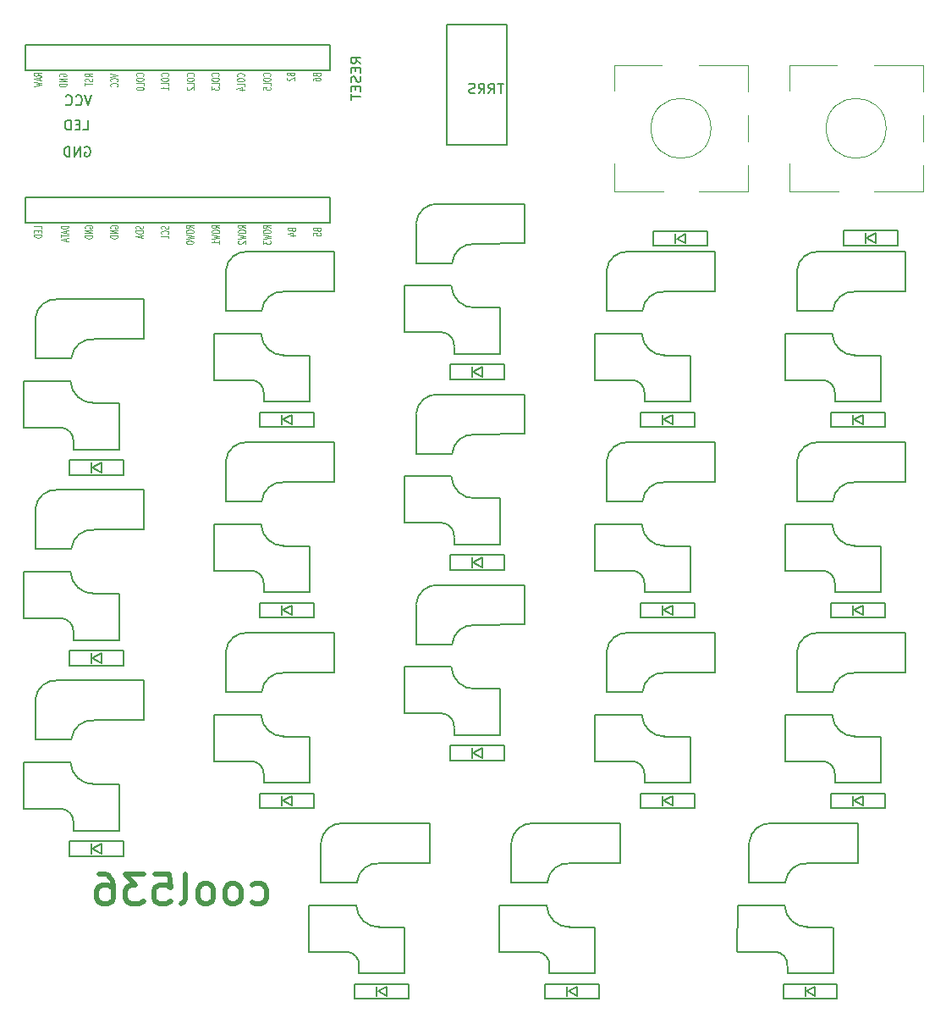
<source format=gbr>
G04 #@! TF.GenerationSoftware,KiCad,Pcbnew,(5.1.6-0-10_14)*
G04 #@! TF.CreationDate,2022-08-07T23:10:57+09:00*
G04 #@! TF.ProjectId,cool536,636f6f6c-3533-4362-9e6b-696361645f70,rev?*
G04 #@! TF.SameCoordinates,Original*
G04 #@! TF.FileFunction,Legend,Bot*
G04 #@! TF.FilePolarity,Positive*
%FSLAX46Y46*%
G04 Gerber Fmt 4.6, Leading zero omitted, Abs format (unit mm)*
G04 Created by KiCad (PCBNEW (5.1.6-0-10_14)) date 2022-08-07 23:10:57*
%MOMM*%
%LPD*%
G01*
G04 APERTURE LIST*
%ADD10C,0.500000*%
%ADD11C,0.150000*%
%ADD12C,0.120000*%
%ADD13C,0.125000*%
G04 APERTURE END LIST*
D10*
X65151428Y-121784285D02*
X65437142Y-121927142D01*
X66008571Y-121927142D01*
X66294285Y-121784285D01*
X66437142Y-121641428D01*
X66580000Y-121355714D01*
X66580000Y-120498571D01*
X66437142Y-120212857D01*
X66294285Y-120070000D01*
X66008571Y-119927142D01*
X65437142Y-119927142D01*
X65151428Y-120070000D01*
X63437142Y-121927142D02*
X63722857Y-121784285D01*
X63865714Y-121641428D01*
X64008571Y-121355714D01*
X64008571Y-120498571D01*
X63865714Y-120212857D01*
X63722857Y-120070000D01*
X63437142Y-119927142D01*
X63008571Y-119927142D01*
X62722857Y-120070000D01*
X62580000Y-120212857D01*
X62437142Y-120498571D01*
X62437142Y-121355714D01*
X62580000Y-121641428D01*
X62722857Y-121784285D01*
X63008571Y-121927142D01*
X63437142Y-121927142D01*
X60722857Y-121927142D02*
X61008571Y-121784285D01*
X61151428Y-121641428D01*
X61294285Y-121355714D01*
X61294285Y-120498571D01*
X61151428Y-120212857D01*
X61008571Y-120070000D01*
X60722857Y-119927142D01*
X60294285Y-119927142D01*
X60008571Y-120070000D01*
X59865714Y-120212857D01*
X59722857Y-120498571D01*
X59722857Y-121355714D01*
X59865714Y-121641428D01*
X60008571Y-121784285D01*
X60294285Y-121927142D01*
X60722857Y-121927142D01*
X58008571Y-121927142D02*
X58294285Y-121784285D01*
X58437142Y-121498571D01*
X58437142Y-118927142D01*
X55437142Y-118927142D02*
X56865714Y-118927142D01*
X57008571Y-120355714D01*
X56865714Y-120212857D01*
X56580000Y-120070000D01*
X55865714Y-120070000D01*
X55580000Y-120212857D01*
X55437142Y-120355714D01*
X55294285Y-120641428D01*
X55294285Y-121355714D01*
X55437142Y-121641428D01*
X55580000Y-121784285D01*
X55865714Y-121927142D01*
X56580000Y-121927142D01*
X56865714Y-121784285D01*
X57008571Y-121641428D01*
X54294285Y-118927142D02*
X52437142Y-118927142D01*
X53437142Y-120070000D01*
X53008571Y-120070000D01*
X52722857Y-120212857D01*
X52580000Y-120355714D01*
X52437142Y-120641428D01*
X52437142Y-121355714D01*
X52580000Y-121641428D01*
X52722857Y-121784285D01*
X53008571Y-121927142D01*
X53865714Y-121927142D01*
X54151428Y-121784285D01*
X54294285Y-121641428D01*
X49865714Y-118927142D02*
X50437142Y-118927142D01*
X50722857Y-119070000D01*
X50865714Y-119212857D01*
X51151428Y-119641428D01*
X51294285Y-120212857D01*
X51294285Y-121355714D01*
X51151428Y-121641428D01*
X51008571Y-121784285D01*
X50722857Y-121927142D01*
X50151428Y-121927142D01*
X49865714Y-121784285D01*
X49722857Y-121641428D01*
X49580000Y-121355714D01*
X49580000Y-120641428D01*
X49722857Y-120355714D01*
X49865714Y-120212857D01*
X50151428Y-120070000D01*
X50722857Y-120070000D01*
X51008571Y-120212857D01*
X51151428Y-120355714D01*
X51294285Y-120641428D01*
D11*
X81550000Y-95974000D02*
X85160000Y-95974000D01*
X81550000Y-92020000D02*
X81550000Y-95965000D01*
X92450000Y-90066000D02*
X83825000Y-90066000D01*
X92450000Y-93974000D02*
X92450000Y-90066000D01*
X92450000Y-94020000D02*
X87400000Y-94066000D01*
X89925000Y-105095000D02*
X85375000Y-105095000D01*
X89925000Y-100445000D02*
X87375000Y-100445000D01*
X85075000Y-98245000D02*
X80375000Y-98245000D01*
X84150000Y-102895000D02*
X80375000Y-102895000D01*
X89950000Y-100470000D02*
X89950000Y-105070000D01*
X80375000Y-98270000D02*
X80350000Y-102870000D01*
X85370000Y-104370000D02*
X85370000Y-105070000D01*
X81561000Y-91950000D02*
G75*
G02*
X83825000Y-90066000I2074000J-190000D01*
G01*
X85165000Y-95950000D02*
G75*
G02*
X87425000Y-94070000I2070000J-190000D01*
G01*
X85080000Y-98270000D02*
G75*
G03*
X87450000Y-100440000I2270000J100000D01*
G01*
X85370000Y-104320000D02*
G75*
G03*
X84150000Y-102900000I-1320000J100000D01*
G01*
X47270000Y-94845000D02*
X47270000Y-95545000D01*
X42275000Y-88745000D02*
X42250000Y-93345000D01*
X51850000Y-90945000D02*
X51850000Y-95545000D01*
X46050000Y-93370000D02*
X42275000Y-93370000D01*
X46975000Y-88720000D02*
X42275000Y-88720000D01*
X51825000Y-90920000D02*
X49275000Y-90920000D01*
X51825000Y-95570000D02*
X47275000Y-95570000D01*
X54350000Y-84495000D02*
X49300000Y-84541000D01*
X54350000Y-84449000D02*
X54350000Y-80541000D01*
X54350000Y-80541000D02*
X45725000Y-80541000D01*
X43450000Y-82495000D02*
X43450000Y-86440000D01*
X43450000Y-86449000D02*
X47060000Y-86449000D01*
X47270000Y-94795000D02*
G75*
G03*
X46050000Y-93375000I-1320000J100000D01*
G01*
X46980000Y-88745000D02*
G75*
G03*
X49350000Y-90915000I2270000J100000D01*
G01*
X47065000Y-86425000D02*
G75*
G02*
X49325000Y-84545000I2070000J-190000D01*
G01*
X43461000Y-82425000D02*
G75*
G02*
X45725000Y-80541000I2074000J-190000D01*
G01*
X62500000Y-81686500D02*
X66110000Y-81686500D01*
X62500000Y-77732500D02*
X62500000Y-81677500D01*
X73400000Y-75778500D02*
X64775000Y-75778500D01*
X73400000Y-79686500D02*
X73400000Y-75778500D01*
X73400000Y-79732500D02*
X68350000Y-79778500D01*
X70875000Y-90807500D02*
X66325000Y-90807500D01*
X70875000Y-86157500D02*
X68325000Y-86157500D01*
X66025000Y-83957500D02*
X61325000Y-83957500D01*
X65100000Y-88607500D02*
X61325000Y-88607500D01*
X70900000Y-86182500D02*
X70900000Y-90782500D01*
X61325000Y-83982500D02*
X61300000Y-88582500D01*
X66320000Y-90082500D02*
X66320000Y-90782500D01*
X62511000Y-77662500D02*
G75*
G02*
X64775000Y-75778500I2074000J-190000D01*
G01*
X66115000Y-81662500D02*
G75*
G02*
X68375000Y-79782500I2070000J-190000D01*
G01*
X66030000Y-83982500D02*
G75*
G03*
X68400000Y-86152500I2270000J100000D01*
G01*
X66320000Y-90032500D02*
G75*
G03*
X65100000Y-88612500I-1320000J100000D01*
G01*
X71300000Y-72782499D02*
X71300000Y-74282499D01*
X65900000Y-72782499D02*
X71300000Y-72782499D01*
X65900000Y-74282499D02*
X65900000Y-72782499D01*
X71300000Y-74282499D02*
X65900000Y-74282499D01*
X68100000Y-74032499D02*
X68100000Y-73032499D01*
X69100000Y-73032499D02*
X68200000Y-73532499D01*
X69100000Y-74032499D02*
X69100000Y-73032499D01*
X68200000Y-73532499D02*
X69100000Y-74032499D01*
X84600000Y-34070000D02*
X90600000Y-34070000D01*
X90600000Y-34070000D02*
X90600000Y-46070000D01*
X90600000Y-46070000D02*
X84600000Y-46070000D01*
X84600000Y-46070000D02*
X84600000Y-34070000D01*
X100600000Y-81686500D02*
X104210000Y-81686500D01*
X100600000Y-77732500D02*
X100600000Y-81677500D01*
X111500000Y-75778500D02*
X102875000Y-75778500D01*
X111500000Y-79686500D02*
X111500000Y-75778500D01*
X111500000Y-79732500D02*
X106450000Y-79778500D01*
X108975000Y-90807500D02*
X104425000Y-90807500D01*
X108975000Y-86157500D02*
X106425000Y-86157500D01*
X104125000Y-83957500D02*
X99425000Y-83957500D01*
X103200000Y-88607500D02*
X99425000Y-88607500D01*
X109000000Y-86182500D02*
X109000000Y-90782500D01*
X99425000Y-83982500D02*
X99400000Y-88582500D01*
X104420000Y-90082500D02*
X104420000Y-90782500D01*
X100611000Y-77662500D02*
G75*
G02*
X102875000Y-75778500I2074000J-190000D01*
G01*
X104215000Y-81662500D02*
G75*
G02*
X106475000Y-79782500I2070000J-190000D01*
G01*
X104130000Y-83982500D02*
G75*
G03*
X106500000Y-86152500I2270000J100000D01*
G01*
X104420000Y-90032500D02*
G75*
G03*
X103200000Y-88612500I-1320000J100000D01*
G01*
X94895000Y-128182500D02*
X94895000Y-128882500D01*
X89900000Y-122082500D02*
X89875000Y-126682500D01*
X99475000Y-124282500D02*
X99475000Y-128882500D01*
X93675000Y-126707500D02*
X89900000Y-126707500D01*
X94600000Y-122057500D02*
X89900000Y-122057500D01*
X99450000Y-124257500D02*
X96900000Y-124257500D01*
X99450000Y-128907500D02*
X94900000Y-128907500D01*
X101975000Y-117832500D02*
X96925000Y-117878500D01*
X101975000Y-117786500D02*
X101975000Y-113878500D01*
X101975000Y-113878500D02*
X93350000Y-113878500D01*
X91075000Y-115832500D02*
X91075000Y-119777500D01*
X91075000Y-119786500D02*
X94685000Y-119786500D01*
X94895000Y-128132500D02*
G75*
G03*
X93675000Y-126712500I-1320000J100000D01*
G01*
X94605000Y-122082500D02*
G75*
G03*
X96975000Y-124252500I2270000J100000D01*
G01*
X94690000Y-119762500D02*
G75*
G02*
X96950000Y-117882500I2070000J-190000D01*
G01*
X91086000Y-115762500D02*
G75*
G02*
X93350000Y-113878500I2074000J-190000D01*
G01*
X75845000Y-128182500D02*
X75845000Y-128882500D01*
X70850000Y-122082500D02*
X70825000Y-126682500D01*
X80425000Y-124282500D02*
X80425000Y-128882500D01*
X74625000Y-126707500D02*
X70850000Y-126707500D01*
X75550000Y-122057500D02*
X70850000Y-122057500D01*
X80400000Y-124257500D02*
X77850000Y-124257500D01*
X80400000Y-128907500D02*
X75850000Y-128907500D01*
X82925000Y-117832500D02*
X77875000Y-117878500D01*
X82925000Y-117786500D02*
X82925000Y-113878500D01*
X82925000Y-113878500D02*
X74300000Y-113878500D01*
X72025000Y-115832500D02*
X72025000Y-119777500D01*
X72025000Y-119786500D02*
X75635000Y-119786500D01*
X75845000Y-128132500D02*
G75*
G03*
X74625000Y-126712500I-1320000J100000D01*
G01*
X75555000Y-122082500D02*
G75*
G03*
X77925000Y-124252500I2270000J100000D01*
G01*
X75640000Y-119762500D02*
G75*
G02*
X77900000Y-117882500I2070000J-190000D01*
G01*
X72036000Y-115762500D02*
G75*
G02*
X74300000Y-113878500I2074000J-190000D01*
G01*
X119650000Y-100736500D02*
X123260000Y-100736500D01*
X119650000Y-96782500D02*
X119650000Y-100727500D01*
X130550000Y-94828500D02*
X121925000Y-94828500D01*
X130550000Y-98736500D02*
X130550000Y-94828500D01*
X130550000Y-98782500D02*
X125500000Y-98828500D01*
X128025000Y-109857500D02*
X123475000Y-109857500D01*
X128025000Y-105207500D02*
X125475000Y-105207500D01*
X123175000Y-103007500D02*
X118475000Y-103007500D01*
X122250000Y-107657500D02*
X118475000Y-107657500D01*
X128050000Y-105232500D02*
X128050000Y-109832500D01*
X118475000Y-103032500D02*
X118450000Y-107632500D01*
X123470000Y-109132500D02*
X123470000Y-109832500D01*
X119661000Y-96712500D02*
G75*
G02*
X121925000Y-94828500I2074000J-190000D01*
G01*
X123265000Y-100712500D02*
G75*
G02*
X125525000Y-98832500I2070000J-190000D01*
G01*
X123180000Y-103032500D02*
G75*
G03*
X125550000Y-105202500I2270000J100000D01*
G01*
X123470000Y-109082500D02*
G75*
G03*
X122250000Y-107662500I-1320000J100000D01*
G01*
X119650000Y-62636499D02*
X123260000Y-62636499D01*
X119650000Y-58682499D02*
X119650000Y-62627499D01*
X130550000Y-56728499D02*
X121925000Y-56728499D01*
X130550000Y-60636499D02*
X130550000Y-56728499D01*
X130550000Y-60682499D02*
X125500000Y-60728499D01*
X128025000Y-71757499D02*
X123475000Y-71757499D01*
X128025000Y-67107499D02*
X125475000Y-67107499D01*
X123175000Y-64907499D02*
X118475000Y-64907499D01*
X122250000Y-69557499D02*
X118475000Y-69557499D01*
X128050000Y-67132499D02*
X128050000Y-71732499D01*
X118475000Y-64932499D02*
X118450000Y-69532499D01*
X123470000Y-71032499D02*
X123470000Y-71732499D01*
X119661000Y-58612499D02*
G75*
G02*
X121925000Y-56728499I2074000J-190000D01*
G01*
X123265000Y-62612499D02*
G75*
G02*
X125525000Y-60732499I2070000J-190000D01*
G01*
X123180000Y-64932499D02*
G75*
G03*
X125550000Y-67102499I2270000J100000D01*
G01*
X123470000Y-70982499D02*
G75*
G03*
X122250000Y-69562499I-1320000J100000D01*
G01*
X66320000Y-109132500D02*
X66320000Y-109832500D01*
X61325000Y-103032500D02*
X61300000Y-107632500D01*
X70900000Y-105232500D02*
X70900000Y-109832500D01*
X65100000Y-107657500D02*
X61325000Y-107657500D01*
X66025000Y-103007500D02*
X61325000Y-103007500D01*
X70875000Y-105207500D02*
X68325000Y-105207500D01*
X70875000Y-109857500D02*
X66325000Y-109857500D01*
X73400000Y-98782500D02*
X68350000Y-98828500D01*
X73400000Y-98736500D02*
X73400000Y-94828500D01*
X73400000Y-94828500D02*
X64775000Y-94828500D01*
X62500000Y-96782500D02*
X62500000Y-100727500D01*
X62500000Y-100736500D02*
X66110000Y-100736500D01*
X66320000Y-109082500D02*
G75*
G03*
X65100000Y-107662500I-1320000J100000D01*
G01*
X66030000Y-103032500D02*
G75*
G03*
X68400000Y-105202500I2270000J100000D01*
G01*
X66115000Y-100712500D02*
G75*
G02*
X68375000Y-98832500I2070000J-190000D01*
G01*
X62511000Y-96712500D02*
G75*
G02*
X64775000Y-94828500I2074000J-190000D01*
G01*
X100600000Y-100736500D02*
X104210000Y-100736500D01*
X100600000Y-96782500D02*
X100600000Y-100727500D01*
X111500000Y-94828500D02*
X102875000Y-94828500D01*
X111500000Y-98736500D02*
X111500000Y-94828500D01*
X111500000Y-98782500D02*
X106450000Y-98828500D01*
X108975000Y-109857500D02*
X104425000Y-109857500D01*
X108975000Y-105207500D02*
X106425000Y-105207500D01*
X104125000Y-103007500D02*
X99425000Y-103007500D01*
X103200000Y-107657500D02*
X99425000Y-107657500D01*
X109000000Y-105232500D02*
X109000000Y-109832500D01*
X99425000Y-103032500D02*
X99400000Y-107632500D01*
X104420000Y-109132500D02*
X104420000Y-109832500D01*
X100611000Y-96712500D02*
G75*
G02*
X102875000Y-94828500I2074000J-190000D01*
G01*
X104215000Y-100712500D02*
G75*
G02*
X106475000Y-98832500I2070000J-190000D01*
G01*
X104130000Y-103032500D02*
G75*
G03*
X106500000Y-105202500I2270000J100000D01*
G01*
X104420000Y-109082500D02*
G75*
G03*
X103200000Y-107662500I-1320000J100000D01*
G01*
X119650000Y-81686500D02*
X123260000Y-81686500D01*
X119650000Y-77732500D02*
X119650000Y-81677500D01*
X130550000Y-75778500D02*
X121925000Y-75778500D01*
X130550000Y-79686500D02*
X130550000Y-75778500D01*
X130550000Y-79732500D02*
X125500000Y-79778500D01*
X128025000Y-90807500D02*
X123475000Y-90807500D01*
X128025000Y-86157500D02*
X125475000Y-86157500D01*
X123175000Y-83957500D02*
X118475000Y-83957500D01*
X122250000Y-88607500D02*
X118475000Y-88607500D01*
X128050000Y-86182500D02*
X128050000Y-90782500D01*
X118475000Y-83982500D02*
X118450000Y-88582500D01*
X123470000Y-90082500D02*
X123470000Y-90782500D01*
X119661000Y-77662500D02*
G75*
G02*
X121925000Y-75778500I2074000J-190000D01*
G01*
X123265000Y-81662500D02*
G75*
G02*
X125525000Y-79782500I2070000J-190000D01*
G01*
X123180000Y-83982500D02*
G75*
G03*
X125550000Y-86152500I2270000J100000D01*
G01*
X123470000Y-90032500D02*
G75*
G03*
X122250000Y-88612500I-1320000J100000D01*
G01*
X43450000Y-105499000D02*
X47060000Y-105499000D01*
X43450000Y-101545000D02*
X43450000Y-105490000D01*
X54350000Y-99591000D02*
X45725000Y-99591000D01*
X54350000Y-103499000D02*
X54350000Y-99591000D01*
X54350000Y-103545000D02*
X49300000Y-103591000D01*
X51825000Y-114620000D02*
X47275000Y-114620000D01*
X51825000Y-109970000D02*
X49275000Y-109970000D01*
X46975000Y-107770000D02*
X42275000Y-107770000D01*
X46050000Y-112420000D02*
X42275000Y-112420000D01*
X51850000Y-109995000D02*
X51850000Y-114595000D01*
X42275000Y-107795000D02*
X42250000Y-112395000D01*
X47270000Y-113895000D02*
X47270000Y-114595000D01*
X43461000Y-101475000D02*
G75*
G02*
X45725000Y-99591000I2074000J-190000D01*
G01*
X47065000Y-105475000D02*
G75*
G02*
X49325000Y-103595000I2070000J-190000D01*
G01*
X46980000Y-107795000D02*
G75*
G03*
X49350000Y-109965000I2270000J100000D01*
G01*
X47270000Y-113845000D02*
G75*
G03*
X46050000Y-112425000I-1320000J100000D01*
G01*
X81550000Y-76924000D02*
X85160000Y-76924000D01*
X81550000Y-72970000D02*
X81550000Y-76915000D01*
X92450000Y-71016000D02*
X83825000Y-71016000D01*
X92450000Y-74924000D02*
X92450000Y-71016000D01*
X92450000Y-74970000D02*
X87400000Y-75016000D01*
X89925000Y-86045000D02*
X85375000Y-86045000D01*
X89925000Y-81395000D02*
X87375000Y-81395000D01*
X85075000Y-79195000D02*
X80375000Y-79195000D01*
X84150000Y-83845000D02*
X80375000Y-83845000D01*
X89950000Y-81420000D02*
X89950000Y-86020000D01*
X80375000Y-79220000D02*
X80350000Y-83820000D01*
X85370000Y-85320000D02*
X85370000Y-86020000D01*
X81561000Y-72900000D02*
G75*
G02*
X83825000Y-71016000I2074000J-190000D01*
G01*
X85165000Y-76900000D02*
G75*
G02*
X87425000Y-75020000I2070000J-190000D01*
G01*
X85080000Y-79220000D02*
G75*
G03*
X87450000Y-81390000I2270000J100000D01*
G01*
X85370000Y-85270000D02*
G75*
G03*
X84150000Y-83850000I-1320000J100000D01*
G01*
X109400000Y-91832500D02*
X109400000Y-93332500D01*
X104000000Y-91832500D02*
X109400000Y-91832500D01*
X104000000Y-93332500D02*
X104000000Y-91832500D01*
X109400000Y-93332500D02*
X104000000Y-93332500D01*
X106200000Y-93082500D02*
X106200000Y-92082500D01*
X107200000Y-92082500D02*
X106300000Y-92582500D01*
X107200000Y-93082500D02*
X107200000Y-92082500D01*
X106300000Y-92582500D02*
X107200000Y-93082500D01*
X128450000Y-91832500D02*
X128450000Y-93332500D01*
X123050000Y-91832500D02*
X128450000Y-91832500D01*
X123050000Y-93332500D02*
X123050000Y-91832500D01*
X128450000Y-93332500D02*
X123050000Y-93332500D01*
X125250000Y-93082500D02*
X125250000Y-92082500D01*
X126250000Y-92082500D02*
X125350000Y-92582500D01*
X126250000Y-93082500D02*
X126250000Y-92082500D01*
X125350000Y-92582500D02*
X126250000Y-93082500D01*
X99875000Y-129932500D02*
X99875000Y-131432500D01*
X94475000Y-129932500D02*
X99875000Y-129932500D01*
X94475000Y-131432500D02*
X94475000Y-129932500D01*
X99875000Y-131432500D02*
X94475000Y-131432500D01*
X96675000Y-131182500D02*
X96675000Y-130182500D01*
X97675000Y-130182500D02*
X96775000Y-130682500D01*
X97675000Y-131182500D02*
X97675000Y-130182500D01*
X96775000Y-130682500D02*
X97675000Y-131182500D01*
X123688000Y-129932500D02*
X123688000Y-131432500D01*
X118288000Y-129932500D02*
X123688000Y-129932500D01*
X118288000Y-131432500D02*
X118288000Y-129932500D01*
X123688000Y-131432500D02*
X118288000Y-131432500D01*
X120488000Y-131182500D02*
X120488000Y-130182500D01*
X121488000Y-130182500D02*
X120588000Y-130682500D01*
X121488000Y-131182500D02*
X121488000Y-130182500D01*
X120588000Y-130682500D02*
X121488000Y-131182500D01*
X110720000Y-56170000D02*
X110720000Y-54670000D01*
X105320000Y-56170000D02*
X110720000Y-56170000D01*
X105320000Y-54670000D02*
X105320000Y-56170000D01*
X110720000Y-54670000D02*
X105320000Y-54670000D01*
X107520000Y-54920000D02*
X107520000Y-55920000D01*
X108520000Y-55920000D02*
X107620000Y-55420000D01*
X108520000Y-54920000D02*
X108520000Y-55920000D01*
X107620000Y-55420000D02*
X108520000Y-54920000D01*
X129760000Y-56150000D02*
X129760000Y-54650000D01*
X124360000Y-56150000D02*
X129760000Y-56150000D01*
X124360000Y-54650000D02*
X124360000Y-56150000D01*
X129760000Y-54650000D02*
X124360000Y-54650000D01*
X126560000Y-54900000D02*
X126560000Y-55900000D01*
X127560000Y-55900000D02*
X126660000Y-55400000D01*
X127560000Y-54900000D02*
X127560000Y-55900000D01*
X126660000Y-55400000D02*
X127560000Y-54900000D01*
D12*
X118890000Y-50710000D02*
X118890000Y-47910000D01*
X123790000Y-50710000D02*
X118890000Y-50710000D01*
X132290000Y-50710000D02*
X127390000Y-50710000D01*
X132290000Y-48110000D02*
X132290000Y-50710000D01*
X132290000Y-43110000D02*
X132290000Y-45710000D01*
X132290000Y-38110000D02*
X132290000Y-40710000D01*
X127390000Y-38110000D02*
X132290000Y-38110000D01*
X123690000Y-38110000D02*
X118890000Y-38110000D01*
X118890000Y-38110000D02*
X118890000Y-40610000D01*
X128590000Y-44410000D02*
G75*
G03*
X128590000Y-44410000I-3000000J0D01*
G01*
X114760000Y-43110000D02*
X114760000Y-45710000D01*
X114760000Y-50710000D02*
X109860000Y-50710000D01*
X114760000Y-48110000D02*
X114760000Y-50710000D01*
X114760000Y-38110000D02*
X114760000Y-40710000D01*
X109860000Y-38110000D02*
X114760000Y-38110000D01*
X106160000Y-38110000D02*
X101360000Y-38110000D01*
X101360000Y-38110000D02*
X101360000Y-40610000D01*
X111060000Y-44410000D02*
G75*
G03*
X111060000Y-44410000I-3000000J0D01*
G01*
X106260000Y-50710000D02*
X101360000Y-50710000D01*
X101360000Y-50710000D02*
X101360000Y-47910000D01*
D11*
X52250000Y-115645000D02*
X52250000Y-117145000D01*
X46850000Y-115645000D02*
X52250000Y-115645000D01*
X46850000Y-117145000D02*
X46850000Y-115645000D01*
X52250000Y-117145000D02*
X46850000Y-117145000D01*
X49050000Y-116895000D02*
X49050000Y-115895000D01*
X50050000Y-115895000D02*
X49150000Y-116395000D01*
X50050000Y-116895000D02*
X50050000Y-115895000D01*
X49150000Y-116395000D02*
X50050000Y-116895000D01*
X90350000Y-68020000D02*
X90350000Y-69520000D01*
X84950000Y-68020000D02*
X90350000Y-68020000D01*
X84950000Y-69520000D02*
X84950000Y-68020000D01*
X90350000Y-69520000D02*
X84950000Y-69520000D01*
X87150000Y-69270000D02*
X87150000Y-68270000D01*
X88150000Y-68270000D02*
X87250000Y-68770000D01*
X88150000Y-69270000D02*
X88150000Y-68270000D01*
X87250000Y-68770000D02*
X88150000Y-69270000D01*
X109400000Y-72782499D02*
X109400000Y-74282499D01*
X104000000Y-72782499D02*
X109400000Y-72782499D01*
X104000000Y-74282499D02*
X104000000Y-72782499D01*
X109400000Y-74282499D02*
X104000000Y-74282499D01*
X106200000Y-74032499D02*
X106200000Y-73032499D01*
X107200000Y-73032499D02*
X106300000Y-73532499D01*
X107200000Y-74032499D02*
X107200000Y-73032499D01*
X106300000Y-73532499D02*
X107200000Y-74032499D01*
X52250000Y-96595000D02*
X52250000Y-98095000D01*
X46850000Y-96595000D02*
X52250000Y-96595000D01*
X46850000Y-98095000D02*
X46850000Y-96595000D01*
X52250000Y-98095000D02*
X46850000Y-98095000D01*
X49050000Y-97845000D02*
X49050000Y-96845000D01*
X50050000Y-96845000D02*
X49150000Y-97345000D01*
X50050000Y-97845000D02*
X50050000Y-96845000D01*
X49150000Y-97345000D02*
X50050000Y-97845000D01*
X128450000Y-72782499D02*
X128450000Y-74282499D01*
X123050000Y-72782499D02*
X128450000Y-72782499D01*
X123050000Y-74282499D02*
X123050000Y-72782499D01*
X128450000Y-74282499D02*
X123050000Y-74282499D01*
X125250000Y-74032499D02*
X125250000Y-73032499D01*
X126250000Y-73032499D02*
X125350000Y-73532499D01*
X126250000Y-74032499D02*
X126250000Y-73032499D01*
X125350000Y-73532499D02*
X126250000Y-74032499D01*
X90350000Y-87070000D02*
X90350000Y-88570000D01*
X84950000Y-87070000D02*
X90350000Y-87070000D01*
X84950000Y-88570000D02*
X84950000Y-87070000D01*
X90350000Y-88570000D02*
X84950000Y-88570000D01*
X87150000Y-88320000D02*
X87150000Y-87320000D01*
X88150000Y-87320000D02*
X87250000Y-87820000D01*
X88150000Y-88320000D02*
X88150000Y-87320000D01*
X87250000Y-87820000D02*
X88150000Y-88320000D01*
X71300000Y-91832500D02*
X71300000Y-93332500D01*
X65900000Y-91832500D02*
X71300000Y-91832500D01*
X65900000Y-93332500D02*
X65900000Y-91832500D01*
X71300000Y-93332500D02*
X65900000Y-93332500D01*
X68100000Y-93082500D02*
X68100000Y-92082500D01*
X69100000Y-92082500D02*
X68200000Y-92582500D01*
X69100000Y-93082500D02*
X69100000Y-92082500D01*
X68200000Y-92582500D02*
X69100000Y-93082500D01*
X71300000Y-110882500D02*
X71300000Y-112382500D01*
X65900000Y-110882500D02*
X71300000Y-110882500D01*
X65900000Y-112382500D02*
X65900000Y-110882500D01*
X71300000Y-112382500D02*
X65900000Y-112382500D01*
X68100000Y-112132500D02*
X68100000Y-111132500D01*
X69100000Y-111132500D02*
X68200000Y-111632500D01*
X69100000Y-112132500D02*
X69100000Y-111132500D01*
X68200000Y-111632500D02*
X69100000Y-112132500D01*
X90350000Y-106120000D02*
X90350000Y-107620000D01*
X84950000Y-106120000D02*
X90350000Y-106120000D01*
X84950000Y-107620000D02*
X84950000Y-106120000D01*
X90350000Y-107620000D02*
X84950000Y-107620000D01*
X87150000Y-107370000D02*
X87150000Y-106370000D01*
X88150000Y-106370000D02*
X87250000Y-106870000D01*
X88150000Y-107370000D02*
X88150000Y-106370000D01*
X87250000Y-106870000D02*
X88150000Y-107370000D01*
X109400000Y-110882500D02*
X109400000Y-112382500D01*
X104000000Y-110882500D02*
X109400000Y-110882500D01*
X104000000Y-112382500D02*
X104000000Y-110882500D01*
X109400000Y-112382500D02*
X104000000Y-112382500D01*
X106200000Y-112132500D02*
X106200000Y-111132500D01*
X107200000Y-111132500D02*
X106300000Y-111632500D01*
X107200000Y-112132500D02*
X107200000Y-111132500D01*
X106300000Y-111632500D02*
X107200000Y-112132500D01*
X128450000Y-110882500D02*
X128450000Y-112382500D01*
X123050000Y-110882500D02*
X128450000Y-110882500D01*
X123050000Y-112382500D02*
X123050000Y-110882500D01*
X128450000Y-112382500D02*
X123050000Y-112382500D01*
X125250000Y-112132500D02*
X125250000Y-111132500D01*
X126250000Y-111132500D02*
X125350000Y-111632500D01*
X126250000Y-112132500D02*
X126250000Y-111132500D01*
X125350000Y-111632500D02*
X126250000Y-112132500D01*
X80825000Y-129932500D02*
X80825000Y-131432500D01*
X75425000Y-129932500D02*
X80825000Y-129932500D01*
X75425000Y-131432500D02*
X75425000Y-129932500D01*
X80825000Y-131432500D02*
X75425000Y-131432500D01*
X77625000Y-131182500D02*
X77625000Y-130182500D01*
X78625000Y-130182500D02*
X77725000Y-130682500D01*
X78625000Y-131182500D02*
X78625000Y-130182500D01*
X77725000Y-130682500D02*
X78625000Y-131182500D01*
X72902000Y-53870000D02*
X42422000Y-53870000D01*
X72902000Y-51330000D02*
X72902000Y-53870000D01*
X42422000Y-51330000D02*
X72902000Y-51330000D01*
X42422000Y-53870000D02*
X42422000Y-51330000D01*
X72902000Y-38630000D02*
X42422000Y-38630000D01*
X72902000Y-36090000D02*
X72902000Y-38630000D01*
X42422000Y-36090000D02*
X72902000Y-36090000D01*
X42422000Y-38630000D02*
X42422000Y-36090000D01*
X52250000Y-77545000D02*
X52250000Y-79045000D01*
X46850000Y-77545000D02*
X52250000Y-77545000D01*
X46850000Y-79045000D02*
X46850000Y-77545000D01*
X52250000Y-79045000D02*
X46850000Y-79045000D01*
X49050000Y-78795000D02*
X49050000Y-77795000D01*
X50050000Y-77795000D02*
X49150000Y-78295000D01*
X50050000Y-78795000D02*
X50050000Y-77795000D01*
X49150000Y-78295000D02*
X50050000Y-78795000D01*
X114888000Y-119786500D02*
X118498000Y-119786500D01*
X114888000Y-115832500D02*
X114888000Y-119777500D01*
X125788000Y-113878500D02*
X117163000Y-113878500D01*
X125788000Y-117786500D02*
X125788000Y-113878500D01*
X125788000Y-117832500D02*
X120738000Y-117878500D01*
X123263000Y-128907500D02*
X118713000Y-128907500D01*
X123263000Y-124257500D02*
X120713000Y-124257500D01*
X118413000Y-122057500D02*
X113713000Y-122057500D01*
X117488000Y-126707500D02*
X113713000Y-126707500D01*
X123288000Y-124282500D02*
X123288000Y-128882500D01*
X113713000Y-122082500D02*
X113688000Y-126682500D01*
X118708000Y-128182500D02*
X118708000Y-128882500D01*
X114899000Y-115762500D02*
G75*
G02*
X117163000Y-113878500I2074000J-190000D01*
G01*
X118503000Y-119762500D02*
G75*
G02*
X120763000Y-117882500I2070000J-190000D01*
G01*
X118418000Y-122082500D02*
G75*
G03*
X120788000Y-124252500I2270000J100000D01*
G01*
X118708000Y-128132500D02*
G75*
G03*
X117488000Y-126712500I-1320000J100000D01*
G01*
X66320000Y-71032499D02*
X66320000Y-71732499D01*
X61325000Y-64932499D02*
X61300000Y-69532499D01*
X70900000Y-67132499D02*
X70900000Y-71732499D01*
X65100000Y-69557499D02*
X61325000Y-69557499D01*
X66025000Y-64907499D02*
X61325000Y-64907499D01*
X70875000Y-67107499D02*
X68325000Y-67107499D01*
X70875000Y-71757499D02*
X66325000Y-71757499D01*
X73400000Y-60682499D02*
X68350000Y-60728499D01*
X73400000Y-60636499D02*
X73400000Y-56728499D01*
X73400000Y-56728499D02*
X64775000Y-56728499D01*
X62500000Y-58682499D02*
X62500000Y-62627499D01*
X62500000Y-62636499D02*
X66110000Y-62636499D01*
X66320000Y-70982499D02*
G75*
G03*
X65100000Y-69562499I-1320000J100000D01*
G01*
X66030000Y-64932499D02*
G75*
G03*
X68400000Y-67102499I2270000J100000D01*
G01*
X66115000Y-62612499D02*
G75*
G02*
X68375000Y-60732499I2070000J-190000D01*
G01*
X62511000Y-58612499D02*
G75*
G02*
X64775000Y-56728499I2074000J-190000D01*
G01*
X85370000Y-66270000D02*
X85370000Y-66970000D01*
X80375000Y-60170000D02*
X80350000Y-64770000D01*
X89950000Y-62370000D02*
X89950000Y-66970000D01*
X84150000Y-64795000D02*
X80375000Y-64795000D01*
X85075000Y-60145000D02*
X80375000Y-60145000D01*
X89925000Y-62345000D02*
X87375000Y-62345000D01*
X89925000Y-66995000D02*
X85375000Y-66995000D01*
X92450000Y-55920000D02*
X87400000Y-55966000D01*
X92450000Y-55874000D02*
X92450000Y-51966000D01*
X92450000Y-51966000D02*
X83825000Y-51966000D01*
X81550000Y-53920000D02*
X81550000Y-57865000D01*
X81550000Y-57874000D02*
X85160000Y-57874000D01*
X85370000Y-66220000D02*
G75*
G03*
X84150000Y-64800000I-1320000J100000D01*
G01*
X85080000Y-60170000D02*
G75*
G03*
X87450000Y-62340000I2270000J100000D01*
G01*
X85165000Y-57850000D02*
G75*
G02*
X87425000Y-55970000I2070000J-190000D01*
G01*
X81561000Y-53850000D02*
G75*
G02*
X83825000Y-51966000I2074000J-190000D01*
G01*
X104420000Y-71032499D02*
X104420000Y-71732499D01*
X99425000Y-64932499D02*
X99400000Y-69532499D01*
X109000000Y-67132499D02*
X109000000Y-71732499D01*
X103200000Y-69557499D02*
X99425000Y-69557499D01*
X104125000Y-64907499D02*
X99425000Y-64907499D01*
X108975000Y-67107499D02*
X106425000Y-67107499D01*
X108975000Y-71757499D02*
X104425000Y-71757499D01*
X111500000Y-60682499D02*
X106450000Y-60728499D01*
X111500000Y-60636499D02*
X111500000Y-56728499D01*
X111500000Y-56728499D02*
X102875000Y-56728499D01*
X100600000Y-58682499D02*
X100600000Y-62627499D01*
X100600000Y-62636499D02*
X104210000Y-62636499D01*
X104420000Y-70982499D02*
G75*
G03*
X103200000Y-69562499I-1320000J100000D01*
G01*
X104130000Y-64932499D02*
G75*
G03*
X106500000Y-67102499I2270000J100000D01*
G01*
X104215000Y-62612499D02*
G75*
G02*
X106475000Y-60732499I2070000J-190000D01*
G01*
X100611000Y-58612499D02*
G75*
G02*
X102875000Y-56728499I2074000J-190000D01*
G01*
X47270000Y-75795000D02*
X47270000Y-76495000D01*
X42275000Y-69695000D02*
X42250000Y-74295000D01*
X51850000Y-71895000D02*
X51850000Y-76495000D01*
X46050000Y-74320000D02*
X42275000Y-74320000D01*
X46975000Y-69670000D02*
X42275000Y-69670000D01*
X51825000Y-71870000D02*
X49275000Y-71870000D01*
X51825000Y-76520000D02*
X47275000Y-76520000D01*
X54350000Y-65445000D02*
X49300000Y-65491000D01*
X54350000Y-65399000D02*
X54350000Y-61491000D01*
X54350000Y-61491000D02*
X45725000Y-61491000D01*
X43450000Y-63445000D02*
X43450000Y-67390000D01*
X43450000Y-67399000D02*
X47060000Y-67399000D01*
X47270000Y-75745000D02*
G75*
G03*
X46050000Y-74325000I-1320000J100000D01*
G01*
X46980000Y-69695000D02*
G75*
G03*
X49350000Y-71865000I2270000J100000D01*
G01*
X47065000Y-67375000D02*
G75*
G02*
X49325000Y-65495000I2070000J-190000D01*
G01*
X43461000Y-63375000D02*
G75*
G02*
X45725000Y-61491000I2074000J-190000D01*
G01*
X76022380Y-37937619D02*
X75546190Y-37604285D01*
X76022380Y-37366190D02*
X75022380Y-37366190D01*
X75022380Y-37747142D01*
X75070000Y-37842380D01*
X75117619Y-37890000D01*
X75212857Y-37937619D01*
X75355714Y-37937619D01*
X75450952Y-37890000D01*
X75498571Y-37842380D01*
X75546190Y-37747142D01*
X75546190Y-37366190D01*
X75498571Y-38366190D02*
X75498571Y-38699523D01*
X76022380Y-38842380D02*
X76022380Y-38366190D01*
X75022380Y-38366190D01*
X75022380Y-38842380D01*
X75974761Y-39223333D02*
X76022380Y-39366190D01*
X76022380Y-39604285D01*
X75974761Y-39699523D01*
X75927142Y-39747142D01*
X75831904Y-39794761D01*
X75736666Y-39794761D01*
X75641428Y-39747142D01*
X75593809Y-39699523D01*
X75546190Y-39604285D01*
X75498571Y-39413809D01*
X75450952Y-39318571D01*
X75403333Y-39270952D01*
X75308095Y-39223333D01*
X75212857Y-39223333D01*
X75117619Y-39270952D01*
X75070000Y-39318571D01*
X75022380Y-39413809D01*
X75022380Y-39651904D01*
X75070000Y-39794761D01*
X75498571Y-40223333D02*
X75498571Y-40556666D01*
X76022380Y-40699523D02*
X76022380Y-40223333D01*
X75022380Y-40223333D01*
X75022380Y-40699523D01*
X75022380Y-40985238D02*
X75022380Y-41556666D01*
X76022380Y-41270952D02*
X75022380Y-41270952D01*
X90286404Y-39935880D02*
X89714976Y-39935880D01*
X90000690Y-40935880D02*
X90000690Y-39935880D01*
X88810214Y-40935880D02*
X89143547Y-40459690D01*
X89381642Y-40935880D02*
X89381642Y-39935880D01*
X89000690Y-39935880D01*
X88905452Y-39983500D01*
X88857833Y-40031119D01*
X88810214Y-40126357D01*
X88810214Y-40269214D01*
X88857833Y-40364452D01*
X88905452Y-40412071D01*
X89000690Y-40459690D01*
X89381642Y-40459690D01*
X87810214Y-40935880D02*
X88143547Y-40459690D01*
X88381642Y-40935880D02*
X88381642Y-39935880D01*
X88000690Y-39935880D01*
X87905452Y-39983500D01*
X87857833Y-40031119D01*
X87810214Y-40126357D01*
X87810214Y-40269214D01*
X87857833Y-40364452D01*
X87905452Y-40412071D01*
X88000690Y-40459690D01*
X88381642Y-40459690D01*
X87429261Y-40888261D02*
X87286404Y-40935880D01*
X87048309Y-40935880D01*
X86953071Y-40888261D01*
X86905452Y-40840642D01*
X86857833Y-40745404D01*
X86857833Y-40650166D01*
X86905452Y-40554928D01*
X86953071Y-40507309D01*
X87048309Y-40459690D01*
X87238785Y-40412071D01*
X87334023Y-40364452D01*
X87381642Y-40316833D01*
X87429261Y-40221595D01*
X87429261Y-40126357D01*
X87381642Y-40031119D01*
X87334023Y-39983500D01*
X87238785Y-39935880D01*
X87000690Y-39935880D01*
X86857833Y-39983500D01*
X48411904Y-46280000D02*
X48507142Y-46232380D01*
X48650000Y-46232380D01*
X48792857Y-46280000D01*
X48888095Y-46375238D01*
X48935714Y-46470476D01*
X48983333Y-46660952D01*
X48983333Y-46803809D01*
X48935714Y-46994285D01*
X48888095Y-47089523D01*
X48792857Y-47184761D01*
X48650000Y-47232380D01*
X48554761Y-47232380D01*
X48411904Y-47184761D01*
X48364285Y-47137142D01*
X48364285Y-46803809D01*
X48554761Y-46803809D01*
X47935714Y-47232380D02*
X47935714Y-46232380D01*
X47364285Y-47232380D01*
X47364285Y-46232380D01*
X46888095Y-47232380D02*
X46888095Y-46232380D01*
X46650000Y-46232380D01*
X46507142Y-46280000D01*
X46411904Y-46375238D01*
X46364285Y-46470476D01*
X46316666Y-46660952D01*
X46316666Y-46803809D01*
X46364285Y-46994285D01*
X46411904Y-47089523D01*
X46507142Y-47184761D01*
X46650000Y-47232380D01*
X46888095Y-47232380D01*
X48232857Y-44572380D02*
X48709047Y-44572380D01*
X48709047Y-43572380D01*
X47899523Y-44048571D02*
X47566190Y-44048571D01*
X47423333Y-44572380D02*
X47899523Y-44572380D01*
X47899523Y-43572380D01*
X47423333Y-43572380D01*
X46994761Y-44572380D02*
X46994761Y-43572380D01*
X46756666Y-43572380D01*
X46613809Y-43620000D01*
X46518571Y-43715238D01*
X46470952Y-43810476D01*
X46423333Y-44000952D01*
X46423333Y-44143809D01*
X46470952Y-44334285D01*
X46518571Y-44429523D01*
X46613809Y-44524761D01*
X46756666Y-44572380D01*
X46994761Y-44572380D01*
X49083333Y-41102380D02*
X48750000Y-42102380D01*
X48416666Y-41102380D01*
X47511904Y-42007142D02*
X47559523Y-42054761D01*
X47702380Y-42102380D01*
X47797619Y-42102380D01*
X47940476Y-42054761D01*
X48035714Y-41959523D01*
X48083333Y-41864285D01*
X48130952Y-41673809D01*
X48130952Y-41530952D01*
X48083333Y-41340476D01*
X48035714Y-41245238D01*
X47940476Y-41150000D01*
X47797619Y-41102380D01*
X47702380Y-41102380D01*
X47559523Y-41150000D01*
X47511904Y-41197619D01*
X46511904Y-42007142D02*
X46559523Y-42054761D01*
X46702380Y-42102380D01*
X46797619Y-42102380D01*
X46940476Y-42054761D01*
X47035714Y-41959523D01*
X47083333Y-41864285D01*
X47130952Y-41673809D01*
X47130952Y-41530952D01*
X47083333Y-41340476D01*
X47035714Y-41245238D01*
X46940476Y-41150000D01*
X46797619Y-41102380D01*
X46702380Y-41102380D01*
X46559523Y-41150000D01*
X46511904Y-41197619D01*
D13*
X61874785Y-54379047D02*
X61517642Y-54212380D01*
X61874785Y-54093333D02*
X61124785Y-54093333D01*
X61124785Y-54283809D01*
X61160500Y-54331428D01*
X61196214Y-54355238D01*
X61267642Y-54379047D01*
X61374785Y-54379047D01*
X61446214Y-54355238D01*
X61481928Y-54331428D01*
X61517642Y-54283809D01*
X61517642Y-54093333D01*
X61124785Y-54688571D02*
X61124785Y-54783809D01*
X61160500Y-54831428D01*
X61231928Y-54879047D01*
X61374785Y-54902857D01*
X61624785Y-54902857D01*
X61767642Y-54879047D01*
X61839071Y-54831428D01*
X61874785Y-54783809D01*
X61874785Y-54688571D01*
X61839071Y-54640952D01*
X61767642Y-54593333D01*
X61624785Y-54569523D01*
X61374785Y-54569523D01*
X61231928Y-54593333D01*
X61160500Y-54640952D01*
X61124785Y-54688571D01*
X61124785Y-55069523D02*
X61874785Y-55188571D01*
X61339071Y-55283809D01*
X61874785Y-55379047D01*
X61124785Y-55498095D01*
X61874785Y-55950476D02*
X61874785Y-55664761D01*
X61874785Y-55807619D02*
X61124785Y-55807619D01*
X61231928Y-55760000D01*
X61303357Y-55712380D01*
X61339071Y-55664761D01*
X64279857Y-39212380D02*
X64315571Y-39188571D01*
X64351285Y-39117142D01*
X64351285Y-39069523D01*
X64315571Y-38998095D01*
X64244142Y-38950476D01*
X64172714Y-38926666D01*
X64029857Y-38902857D01*
X63922714Y-38902857D01*
X63779857Y-38926666D01*
X63708428Y-38950476D01*
X63637000Y-38998095D01*
X63601285Y-39069523D01*
X63601285Y-39117142D01*
X63637000Y-39188571D01*
X63672714Y-39212380D01*
X63601285Y-39521904D02*
X63601285Y-39617142D01*
X63637000Y-39664761D01*
X63708428Y-39712380D01*
X63851285Y-39736190D01*
X64101285Y-39736190D01*
X64244142Y-39712380D01*
X64315571Y-39664761D01*
X64351285Y-39617142D01*
X64351285Y-39521904D01*
X64315571Y-39474285D01*
X64244142Y-39426666D01*
X64101285Y-39402857D01*
X63851285Y-39402857D01*
X63708428Y-39426666D01*
X63637000Y-39474285D01*
X63601285Y-39521904D01*
X64351285Y-40188571D02*
X64351285Y-39950476D01*
X63601285Y-39950476D01*
X63851285Y-40569523D02*
X64351285Y-40569523D01*
X63565571Y-40450476D02*
X64101285Y-40331428D01*
X64101285Y-40640952D01*
X64478285Y-54379047D02*
X64121142Y-54212380D01*
X64478285Y-54093333D02*
X63728285Y-54093333D01*
X63728285Y-54283809D01*
X63764000Y-54331428D01*
X63799714Y-54355238D01*
X63871142Y-54379047D01*
X63978285Y-54379047D01*
X64049714Y-54355238D01*
X64085428Y-54331428D01*
X64121142Y-54283809D01*
X64121142Y-54093333D01*
X63728285Y-54688571D02*
X63728285Y-54783809D01*
X63764000Y-54831428D01*
X63835428Y-54879047D01*
X63978285Y-54902857D01*
X64228285Y-54902857D01*
X64371142Y-54879047D01*
X64442571Y-54831428D01*
X64478285Y-54783809D01*
X64478285Y-54688571D01*
X64442571Y-54640952D01*
X64371142Y-54593333D01*
X64228285Y-54569523D01*
X63978285Y-54569523D01*
X63835428Y-54593333D01*
X63764000Y-54640952D01*
X63728285Y-54688571D01*
X63728285Y-55069523D02*
X64478285Y-55188571D01*
X63942571Y-55283809D01*
X64478285Y-55379047D01*
X63728285Y-55498095D01*
X63799714Y-55664761D02*
X63764000Y-55688571D01*
X63728285Y-55736190D01*
X63728285Y-55855238D01*
X63764000Y-55902857D01*
X63799714Y-55926666D01*
X63871142Y-55950476D01*
X63942571Y-55950476D01*
X64049714Y-55926666D01*
X64478285Y-55640952D01*
X64478285Y-55950476D01*
X66917857Y-39162380D02*
X66953571Y-39138571D01*
X66989285Y-39067142D01*
X66989285Y-39019523D01*
X66953571Y-38948095D01*
X66882142Y-38900476D01*
X66810714Y-38876666D01*
X66667857Y-38852857D01*
X66560714Y-38852857D01*
X66417857Y-38876666D01*
X66346428Y-38900476D01*
X66275000Y-38948095D01*
X66239285Y-39019523D01*
X66239285Y-39067142D01*
X66275000Y-39138571D01*
X66310714Y-39162380D01*
X66239285Y-39471904D02*
X66239285Y-39567142D01*
X66275000Y-39614761D01*
X66346428Y-39662380D01*
X66489285Y-39686190D01*
X66739285Y-39686190D01*
X66882142Y-39662380D01*
X66953571Y-39614761D01*
X66989285Y-39567142D01*
X66989285Y-39471904D01*
X66953571Y-39424285D01*
X66882142Y-39376666D01*
X66739285Y-39352857D01*
X66489285Y-39352857D01*
X66346428Y-39376666D01*
X66275000Y-39424285D01*
X66239285Y-39471904D01*
X66989285Y-40138571D02*
X66989285Y-39900476D01*
X66239285Y-39900476D01*
X66239285Y-40543333D02*
X66239285Y-40305238D01*
X66596428Y-40281428D01*
X66560714Y-40305238D01*
X66525000Y-40352857D01*
X66525000Y-40471904D01*
X66560714Y-40519523D01*
X66596428Y-40543333D01*
X66667857Y-40567142D01*
X66846428Y-40567142D01*
X66917857Y-40543333D01*
X66953571Y-40519523D01*
X66989285Y-40471904D01*
X66989285Y-40352857D01*
X66953571Y-40305238D01*
X66917857Y-40281428D01*
X66989285Y-54379047D02*
X66632142Y-54212380D01*
X66989285Y-54093333D02*
X66239285Y-54093333D01*
X66239285Y-54283809D01*
X66275000Y-54331428D01*
X66310714Y-54355238D01*
X66382142Y-54379047D01*
X66489285Y-54379047D01*
X66560714Y-54355238D01*
X66596428Y-54331428D01*
X66632142Y-54283809D01*
X66632142Y-54093333D01*
X66239285Y-54688571D02*
X66239285Y-54783809D01*
X66275000Y-54831428D01*
X66346428Y-54879047D01*
X66489285Y-54902857D01*
X66739285Y-54902857D01*
X66882142Y-54879047D01*
X66953571Y-54831428D01*
X66989285Y-54783809D01*
X66989285Y-54688571D01*
X66953571Y-54640952D01*
X66882142Y-54593333D01*
X66739285Y-54569523D01*
X66489285Y-54569523D01*
X66346428Y-54593333D01*
X66275000Y-54640952D01*
X66239285Y-54688571D01*
X66239285Y-55069523D02*
X66989285Y-55188571D01*
X66453571Y-55283809D01*
X66989285Y-55379047D01*
X66239285Y-55498095D01*
X66239285Y-55640952D02*
X66239285Y-55950476D01*
X66525000Y-55783809D01*
X66525000Y-55855238D01*
X66560714Y-55902857D01*
X66596428Y-55926666D01*
X66667857Y-55950476D01*
X66846428Y-55950476D01*
X66917857Y-55926666D01*
X66953571Y-55902857D01*
X66989285Y-55855238D01*
X66989285Y-55712380D01*
X66953571Y-55664761D01*
X66917857Y-55640952D01*
X68974928Y-38999119D02*
X69010642Y-39070547D01*
X69046357Y-39094357D01*
X69117785Y-39118166D01*
X69224928Y-39118166D01*
X69296357Y-39094357D01*
X69332071Y-39070547D01*
X69367785Y-39022928D01*
X69367785Y-38832452D01*
X68617785Y-38832452D01*
X68617785Y-38999119D01*
X68653500Y-39046738D01*
X68689214Y-39070547D01*
X68760642Y-39094357D01*
X68832071Y-39094357D01*
X68903500Y-39070547D01*
X68939214Y-39046738D01*
X68974928Y-38999119D01*
X68974928Y-38832452D01*
X68689214Y-39308642D02*
X68653500Y-39332452D01*
X68617785Y-39380071D01*
X68617785Y-39499119D01*
X68653500Y-39546738D01*
X68689214Y-39570547D01*
X68760642Y-39594357D01*
X68832071Y-39594357D01*
X68939214Y-39570547D01*
X69367785Y-39284833D01*
X69367785Y-39594357D01*
X69101928Y-54556619D02*
X69137642Y-54628047D01*
X69173357Y-54651857D01*
X69244785Y-54675666D01*
X69351928Y-54675666D01*
X69423357Y-54651857D01*
X69459071Y-54628047D01*
X69494785Y-54580428D01*
X69494785Y-54389952D01*
X68744785Y-54389952D01*
X68744785Y-54556619D01*
X68780500Y-54604238D01*
X68816214Y-54628047D01*
X68887642Y-54651857D01*
X68959071Y-54651857D01*
X69030500Y-54628047D01*
X69066214Y-54604238D01*
X69101928Y-54556619D01*
X69101928Y-54389952D01*
X68994785Y-55104238D02*
X69494785Y-55104238D01*
X68709071Y-54985190D02*
X69244785Y-54866142D01*
X69244785Y-55175666D01*
X71641928Y-54556619D02*
X71677642Y-54628047D01*
X71713357Y-54651857D01*
X71784785Y-54675666D01*
X71891928Y-54675666D01*
X71963357Y-54651857D01*
X71999071Y-54628047D01*
X72034785Y-54580428D01*
X72034785Y-54389952D01*
X71284785Y-54389952D01*
X71284785Y-54556619D01*
X71320500Y-54604238D01*
X71356214Y-54628047D01*
X71427642Y-54651857D01*
X71499071Y-54651857D01*
X71570500Y-54628047D01*
X71606214Y-54604238D01*
X71641928Y-54556619D01*
X71641928Y-54389952D01*
X71284785Y-55128047D02*
X71284785Y-54889952D01*
X71641928Y-54866142D01*
X71606214Y-54889952D01*
X71570500Y-54937571D01*
X71570500Y-55056619D01*
X71606214Y-55104238D01*
X71641928Y-55128047D01*
X71713357Y-55151857D01*
X71891928Y-55151857D01*
X71963357Y-55128047D01*
X71999071Y-55104238D01*
X72034785Y-55056619D01*
X72034785Y-54937571D01*
X71999071Y-54889952D01*
X71963357Y-54866142D01*
X71578428Y-39062619D02*
X71614142Y-39134047D01*
X71649857Y-39157857D01*
X71721285Y-39181666D01*
X71828428Y-39181666D01*
X71899857Y-39157857D01*
X71935571Y-39134047D01*
X71971285Y-39086428D01*
X71971285Y-38895952D01*
X71221285Y-38895952D01*
X71221285Y-39062619D01*
X71257000Y-39110238D01*
X71292714Y-39134047D01*
X71364142Y-39157857D01*
X71435571Y-39157857D01*
X71507000Y-39134047D01*
X71542714Y-39110238D01*
X71578428Y-39062619D01*
X71578428Y-38895952D01*
X71221285Y-39610238D02*
X71221285Y-39515000D01*
X71257000Y-39467380D01*
X71292714Y-39443571D01*
X71399857Y-39395952D01*
X71542714Y-39372142D01*
X71828428Y-39372142D01*
X71899857Y-39395952D01*
X71935571Y-39419761D01*
X71971285Y-39467380D01*
X71971285Y-39562619D01*
X71935571Y-39610238D01*
X71899857Y-39634047D01*
X71828428Y-39657857D01*
X71649857Y-39657857D01*
X71578428Y-39634047D01*
X71542714Y-39610238D01*
X71507000Y-39562619D01*
X71507000Y-39467380D01*
X71542714Y-39419761D01*
X71578428Y-39395952D01*
X71649857Y-39372142D01*
X54217857Y-39162380D02*
X54253571Y-39138571D01*
X54289285Y-39067142D01*
X54289285Y-39019523D01*
X54253571Y-38948095D01*
X54182142Y-38900476D01*
X54110714Y-38876666D01*
X53967857Y-38852857D01*
X53860714Y-38852857D01*
X53717857Y-38876666D01*
X53646428Y-38900476D01*
X53575000Y-38948095D01*
X53539285Y-39019523D01*
X53539285Y-39067142D01*
X53575000Y-39138571D01*
X53610714Y-39162380D01*
X53539285Y-39471904D02*
X53539285Y-39567142D01*
X53575000Y-39614761D01*
X53646428Y-39662380D01*
X53789285Y-39686190D01*
X54039285Y-39686190D01*
X54182142Y-39662380D01*
X54253571Y-39614761D01*
X54289285Y-39567142D01*
X54289285Y-39471904D01*
X54253571Y-39424285D01*
X54182142Y-39376666D01*
X54039285Y-39352857D01*
X53789285Y-39352857D01*
X53646428Y-39376666D01*
X53575000Y-39424285D01*
X53539285Y-39471904D01*
X54289285Y-40138571D02*
X54289285Y-39900476D01*
X53539285Y-39900476D01*
X53539285Y-40400476D02*
X53539285Y-40448095D01*
X53575000Y-40495714D01*
X53610714Y-40519523D01*
X53682142Y-40543333D01*
X53825000Y-40567142D01*
X54003571Y-40567142D01*
X54146428Y-40543333D01*
X54217857Y-40519523D01*
X54253571Y-40495714D01*
X54289285Y-40448095D01*
X54289285Y-40400476D01*
X54253571Y-40352857D01*
X54217857Y-40329047D01*
X54146428Y-40305238D01*
X54003571Y-40281428D01*
X53825000Y-40281428D01*
X53682142Y-40305238D01*
X53610714Y-40329047D01*
X53575000Y-40352857D01*
X53539285Y-40400476D01*
X54219071Y-54151857D02*
X54254785Y-54223285D01*
X54254785Y-54342333D01*
X54219071Y-54389952D01*
X54183357Y-54413761D01*
X54111928Y-54437571D01*
X54040500Y-54437571D01*
X53969071Y-54413761D01*
X53933357Y-54389952D01*
X53897642Y-54342333D01*
X53861928Y-54247095D01*
X53826214Y-54199476D01*
X53790500Y-54175666D01*
X53719071Y-54151857D01*
X53647642Y-54151857D01*
X53576214Y-54175666D01*
X53540500Y-54199476D01*
X53504785Y-54247095D01*
X53504785Y-54366142D01*
X53540500Y-54437571D01*
X54254785Y-54651857D02*
X53504785Y-54651857D01*
X53504785Y-54770904D01*
X53540500Y-54842333D01*
X53611928Y-54889952D01*
X53683357Y-54913761D01*
X53826214Y-54937571D01*
X53933357Y-54937571D01*
X54076214Y-54913761D01*
X54147642Y-54889952D01*
X54219071Y-54842333D01*
X54254785Y-54770904D01*
X54254785Y-54651857D01*
X54040500Y-55128047D02*
X54040500Y-55366142D01*
X54254785Y-55080428D02*
X53504785Y-55247095D01*
X54254785Y-55413761D01*
X56723357Y-39162380D02*
X56759071Y-39138571D01*
X56794785Y-39067142D01*
X56794785Y-39019523D01*
X56759071Y-38948095D01*
X56687642Y-38900476D01*
X56616214Y-38876666D01*
X56473357Y-38852857D01*
X56366214Y-38852857D01*
X56223357Y-38876666D01*
X56151928Y-38900476D01*
X56080500Y-38948095D01*
X56044785Y-39019523D01*
X56044785Y-39067142D01*
X56080500Y-39138571D01*
X56116214Y-39162380D01*
X56044785Y-39471904D02*
X56044785Y-39567142D01*
X56080500Y-39614761D01*
X56151928Y-39662380D01*
X56294785Y-39686190D01*
X56544785Y-39686190D01*
X56687642Y-39662380D01*
X56759071Y-39614761D01*
X56794785Y-39567142D01*
X56794785Y-39471904D01*
X56759071Y-39424285D01*
X56687642Y-39376666D01*
X56544785Y-39352857D01*
X56294785Y-39352857D01*
X56151928Y-39376666D01*
X56080500Y-39424285D01*
X56044785Y-39471904D01*
X56794785Y-40138571D02*
X56794785Y-39900476D01*
X56044785Y-39900476D01*
X56794785Y-40567142D02*
X56794785Y-40281428D01*
X56794785Y-40424285D02*
X56044785Y-40424285D01*
X56151928Y-40376666D01*
X56223357Y-40329047D01*
X56259071Y-40281428D01*
X56759071Y-54163761D02*
X56794785Y-54235190D01*
X56794785Y-54354238D01*
X56759071Y-54401857D01*
X56723357Y-54425666D01*
X56651928Y-54449476D01*
X56580500Y-54449476D01*
X56509071Y-54425666D01*
X56473357Y-54401857D01*
X56437642Y-54354238D01*
X56401928Y-54259000D01*
X56366214Y-54211380D01*
X56330500Y-54187571D01*
X56259071Y-54163761D01*
X56187642Y-54163761D01*
X56116214Y-54187571D01*
X56080500Y-54211380D01*
X56044785Y-54259000D01*
X56044785Y-54378047D01*
X56080500Y-54449476D01*
X56723357Y-54949476D02*
X56759071Y-54925666D01*
X56794785Y-54854238D01*
X56794785Y-54806619D01*
X56759071Y-54735190D01*
X56687642Y-54687571D01*
X56616214Y-54663761D01*
X56473357Y-54639952D01*
X56366214Y-54639952D01*
X56223357Y-54663761D01*
X56151928Y-54687571D01*
X56080500Y-54735190D01*
X56044785Y-54806619D01*
X56044785Y-54854238D01*
X56080500Y-54925666D01*
X56116214Y-54949476D01*
X56794785Y-55401857D02*
X56794785Y-55163761D01*
X56044785Y-55163761D01*
X59267857Y-39162380D02*
X59303571Y-39138571D01*
X59339285Y-39067142D01*
X59339285Y-39019523D01*
X59303571Y-38948095D01*
X59232142Y-38900476D01*
X59160714Y-38876666D01*
X59017857Y-38852857D01*
X58910714Y-38852857D01*
X58767857Y-38876666D01*
X58696428Y-38900476D01*
X58625000Y-38948095D01*
X58589285Y-39019523D01*
X58589285Y-39067142D01*
X58625000Y-39138571D01*
X58660714Y-39162380D01*
X58589285Y-39471904D02*
X58589285Y-39567142D01*
X58625000Y-39614761D01*
X58696428Y-39662380D01*
X58839285Y-39686190D01*
X59089285Y-39686190D01*
X59232142Y-39662380D01*
X59303571Y-39614761D01*
X59339285Y-39567142D01*
X59339285Y-39471904D01*
X59303571Y-39424285D01*
X59232142Y-39376666D01*
X59089285Y-39352857D01*
X58839285Y-39352857D01*
X58696428Y-39376666D01*
X58625000Y-39424285D01*
X58589285Y-39471904D01*
X59339285Y-40138571D02*
X59339285Y-39900476D01*
X58589285Y-39900476D01*
X58660714Y-40281428D02*
X58625000Y-40305238D01*
X58589285Y-40352857D01*
X58589285Y-40471904D01*
X58625000Y-40519523D01*
X58660714Y-40543333D01*
X58732142Y-40567142D01*
X58803571Y-40567142D01*
X58910714Y-40543333D01*
X59339285Y-40257619D01*
X59339285Y-40567142D01*
X59271285Y-54379047D02*
X58914142Y-54212380D01*
X59271285Y-54093333D02*
X58521285Y-54093333D01*
X58521285Y-54283809D01*
X58557000Y-54331428D01*
X58592714Y-54355238D01*
X58664142Y-54379047D01*
X58771285Y-54379047D01*
X58842714Y-54355238D01*
X58878428Y-54331428D01*
X58914142Y-54283809D01*
X58914142Y-54093333D01*
X58521285Y-54688571D02*
X58521285Y-54783809D01*
X58557000Y-54831428D01*
X58628428Y-54879047D01*
X58771285Y-54902857D01*
X59021285Y-54902857D01*
X59164142Y-54879047D01*
X59235571Y-54831428D01*
X59271285Y-54783809D01*
X59271285Y-54688571D01*
X59235571Y-54640952D01*
X59164142Y-54593333D01*
X59021285Y-54569523D01*
X58771285Y-54569523D01*
X58628428Y-54593333D01*
X58557000Y-54640952D01*
X58521285Y-54688571D01*
X58521285Y-55069523D02*
X59271285Y-55188571D01*
X58735571Y-55283809D01*
X59271285Y-55379047D01*
X58521285Y-55498095D01*
X58521285Y-55783809D02*
X58521285Y-55831428D01*
X58557000Y-55879047D01*
X58592714Y-55902857D01*
X58664142Y-55926666D01*
X58807000Y-55950476D01*
X58985571Y-55950476D01*
X59128428Y-55926666D01*
X59199857Y-55902857D01*
X59235571Y-55879047D01*
X59271285Y-55831428D01*
X59271285Y-55783809D01*
X59235571Y-55736190D01*
X59199857Y-55712380D01*
X59128428Y-55688571D01*
X58985571Y-55664761D01*
X58807000Y-55664761D01*
X58664142Y-55688571D01*
X58592714Y-55712380D01*
X58557000Y-55736190D01*
X58521285Y-55783809D01*
X61767857Y-39162380D02*
X61803571Y-39138571D01*
X61839285Y-39067142D01*
X61839285Y-39019523D01*
X61803571Y-38948095D01*
X61732142Y-38900476D01*
X61660714Y-38876666D01*
X61517857Y-38852857D01*
X61410714Y-38852857D01*
X61267857Y-38876666D01*
X61196428Y-38900476D01*
X61125000Y-38948095D01*
X61089285Y-39019523D01*
X61089285Y-39067142D01*
X61125000Y-39138571D01*
X61160714Y-39162380D01*
X61089285Y-39471904D02*
X61089285Y-39567142D01*
X61125000Y-39614761D01*
X61196428Y-39662380D01*
X61339285Y-39686190D01*
X61589285Y-39686190D01*
X61732142Y-39662380D01*
X61803571Y-39614761D01*
X61839285Y-39567142D01*
X61839285Y-39471904D01*
X61803571Y-39424285D01*
X61732142Y-39376666D01*
X61589285Y-39352857D01*
X61339285Y-39352857D01*
X61196428Y-39376666D01*
X61125000Y-39424285D01*
X61089285Y-39471904D01*
X61839285Y-40138571D02*
X61839285Y-39900476D01*
X61089285Y-39900476D01*
X61089285Y-40257619D02*
X61089285Y-40567142D01*
X61375000Y-40400476D01*
X61375000Y-40471904D01*
X61410714Y-40519523D01*
X61446428Y-40543333D01*
X61517857Y-40567142D01*
X61696428Y-40567142D01*
X61767857Y-40543333D01*
X61803571Y-40519523D01*
X61839285Y-40471904D01*
X61839285Y-40329047D01*
X61803571Y-40281428D01*
X61767857Y-40257619D01*
X51000500Y-54378047D02*
X50964785Y-54330428D01*
X50964785Y-54259000D01*
X51000500Y-54187571D01*
X51071928Y-54139952D01*
X51143357Y-54116142D01*
X51286214Y-54092333D01*
X51393357Y-54092333D01*
X51536214Y-54116142D01*
X51607642Y-54139952D01*
X51679071Y-54187571D01*
X51714785Y-54259000D01*
X51714785Y-54306619D01*
X51679071Y-54378047D01*
X51643357Y-54401857D01*
X51393357Y-54401857D01*
X51393357Y-54306619D01*
X51714785Y-54616142D02*
X50964785Y-54616142D01*
X51714785Y-54901857D01*
X50964785Y-54901857D01*
X51714785Y-55139952D02*
X50964785Y-55139952D01*
X50964785Y-55259000D01*
X51000500Y-55330428D01*
X51071928Y-55378047D01*
X51143357Y-55401857D01*
X51286214Y-55425666D01*
X51393357Y-55425666D01*
X51536214Y-55401857D01*
X51607642Y-55378047D01*
X51679071Y-55330428D01*
X51714785Y-55259000D01*
X51714785Y-55139952D01*
X50964785Y-38915833D02*
X51714785Y-39082500D01*
X50964785Y-39249166D01*
X51643357Y-39701547D02*
X51679071Y-39677738D01*
X51714785Y-39606309D01*
X51714785Y-39558690D01*
X51679071Y-39487261D01*
X51607642Y-39439642D01*
X51536214Y-39415833D01*
X51393357Y-39392023D01*
X51286214Y-39392023D01*
X51143357Y-39415833D01*
X51071928Y-39439642D01*
X51000500Y-39487261D01*
X50964785Y-39558690D01*
X50964785Y-39606309D01*
X51000500Y-39677738D01*
X51036214Y-39701547D01*
X51643357Y-40201547D02*
X51679071Y-40177738D01*
X51714785Y-40106309D01*
X51714785Y-40058690D01*
X51679071Y-39987261D01*
X51607642Y-39939642D01*
X51536214Y-39915833D01*
X51393357Y-39892023D01*
X51286214Y-39892023D01*
X51143357Y-39915833D01*
X51071928Y-39939642D01*
X51000500Y-39987261D01*
X50964785Y-40058690D01*
X50964785Y-40106309D01*
X51000500Y-40177738D01*
X51036214Y-40201547D01*
X48460500Y-54378047D02*
X48424785Y-54330428D01*
X48424785Y-54259000D01*
X48460500Y-54187571D01*
X48531928Y-54139952D01*
X48603357Y-54116142D01*
X48746214Y-54092333D01*
X48853357Y-54092333D01*
X48996214Y-54116142D01*
X49067642Y-54139952D01*
X49139071Y-54187571D01*
X49174785Y-54259000D01*
X49174785Y-54306619D01*
X49139071Y-54378047D01*
X49103357Y-54401857D01*
X48853357Y-54401857D01*
X48853357Y-54306619D01*
X49174785Y-54616142D02*
X48424785Y-54616142D01*
X49174785Y-54901857D01*
X48424785Y-54901857D01*
X49174785Y-55139952D02*
X48424785Y-55139952D01*
X48424785Y-55259000D01*
X48460500Y-55330428D01*
X48531928Y-55378047D01*
X48603357Y-55401857D01*
X48746214Y-55425666D01*
X48853357Y-55425666D01*
X48996214Y-55401857D01*
X49067642Y-55378047D01*
X49139071Y-55330428D01*
X49174785Y-55259000D01*
X49174785Y-55139952D01*
X49174785Y-39245190D02*
X48817642Y-39078523D01*
X49174785Y-38959476D02*
X48424785Y-38959476D01*
X48424785Y-39149952D01*
X48460500Y-39197571D01*
X48496214Y-39221380D01*
X48567642Y-39245190D01*
X48674785Y-39245190D01*
X48746214Y-39221380D01*
X48781928Y-39197571D01*
X48817642Y-39149952D01*
X48817642Y-38959476D01*
X49139071Y-39435666D02*
X49174785Y-39507095D01*
X49174785Y-39626142D01*
X49139071Y-39673761D01*
X49103357Y-39697571D01*
X49031928Y-39721380D01*
X48960500Y-39721380D01*
X48889071Y-39697571D01*
X48853357Y-39673761D01*
X48817642Y-39626142D01*
X48781928Y-39530904D01*
X48746214Y-39483285D01*
X48710500Y-39459476D01*
X48639071Y-39435666D01*
X48567642Y-39435666D01*
X48496214Y-39459476D01*
X48460500Y-39483285D01*
X48424785Y-39530904D01*
X48424785Y-39649952D01*
X48460500Y-39721380D01*
X48424785Y-39864238D02*
X48424785Y-40149952D01*
X49174785Y-40007095D02*
X48424785Y-40007095D01*
X46739285Y-54160000D02*
X45989285Y-54160000D01*
X45989285Y-54279047D01*
X46025000Y-54350476D01*
X46096428Y-54398095D01*
X46167857Y-54421904D01*
X46310714Y-54445714D01*
X46417857Y-54445714D01*
X46560714Y-54421904D01*
X46632142Y-54398095D01*
X46703571Y-54350476D01*
X46739285Y-54279047D01*
X46739285Y-54160000D01*
X46525000Y-54636190D02*
X46525000Y-54874285D01*
X46739285Y-54588571D02*
X45989285Y-54755238D01*
X46739285Y-54921904D01*
X45989285Y-55017142D02*
X45989285Y-55302857D01*
X46739285Y-55160000D02*
X45989285Y-55160000D01*
X46525000Y-55445714D02*
X46525000Y-55683809D01*
X46739285Y-55398095D02*
X45989285Y-55564761D01*
X46739285Y-55731428D01*
X45857000Y-39201547D02*
X45821285Y-39153928D01*
X45821285Y-39082500D01*
X45857000Y-39011071D01*
X45928428Y-38963452D01*
X45999857Y-38939642D01*
X46142714Y-38915833D01*
X46249857Y-38915833D01*
X46392714Y-38939642D01*
X46464142Y-38963452D01*
X46535571Y-39011071D01*
X46571285Y-39082500D01*
X46571285Y-39130119D01*
X46535571Y-39201547D01*
X46499857Y-39225357D01*
X46249857Y-39225357D01*
X46249857Y-39130119D01*
X46571285Y-39439642D02*
X45821285Y-39439642D01*
X46571285Y-39725357D01*
X45821285Y-39725357D01*
X46571285Y-39963452D02*
X45821285Y-39963452D01*
X45821285Y-40082500D01*
X45857000Y-40153928D01*
X45928428Y-40201547D01*
X45999857Y-40225357D01*
X46142714Y-40249166D01*
X46249857Y-40249166D01*
X46392714Y-40225357D01*
X46464142Y-40201547D01*
X46535571Y-40153928D01*
X46571285Y-40082500D01*
X46571285Y-39963452D01*
X44094785Y-54437571D02*
X44094785Y-54199476D01*
X43344785Y-54199476D01*
X43701928Y-54604238D02*
X43701928Y-54770904D01*
X44094785Y-54842333D02*
X44094785Y-54604238D01*
X43344785Y-54604238D01*
X43344785Y-54842333D01*
X44094785Y-55056619D02*
X43344785Y-55056619D01*
X43344785Y-55175666D01*
X43380500Y-55247095D01*
X43451928Y-55294714D01*
X43523357Y-55318523D01*
X43666214Y-55342333D01*
X43773357Y-55342333D01*
X43916214Y-55318523D01*
X43987642Y-55294714D01*
X44059071Y-55247095D01*
X44094785Y-55175666D01*
X44094785Y-55056619D01*
X44094785Y-39173761D02*
X43737642Y-39007095D01*
X44094785Y-38888047D02*
X43344785Y-38888047D01*
X43344785Y-39078523D01*
X43380500Y-39126142D01*
X43416214Y-39149952D01*
X43487642Y-39173761D01*
X43594785Y-39173761D01*
X43666214Y-39149952D01*
X43701928Y-39126142D01*
X43737642Y-39078523D01*
X43737642Y-38888047D01*
X43880500Y-39364238D02*
X43880500Y-39602333D01*
X44094785Y-39316619D02*
X43344785Y-39483285D01*
X44094785Y-39649952D01*
X43344785Y-39769000D02*
X44094785Y-39888047D01*
X43559071Y-39983285D01*
X44094785Y-40078523D01*
X43344785Y-40197571D01*
M02*

</source>
